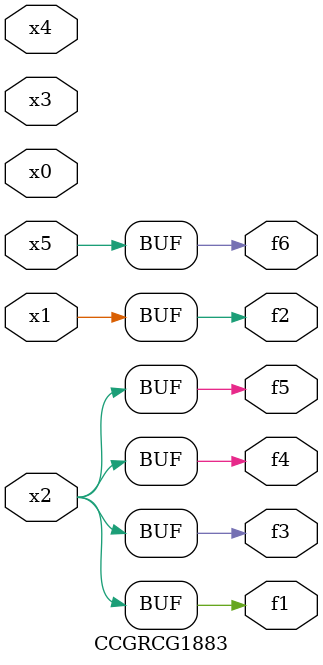
<source format=v>
module CCGRCG1883(
	input x0, x1, x2, x3, x4, x5,
	output f1, f2, f3, f4, f5, f6
);
	assign f1 = x2;
	assign f2 = x1;
	assign f3 = x2;
	assign f4 = x2;
	assign f5 = x2;
	assign f6 = x5;
endmodule

</source>
